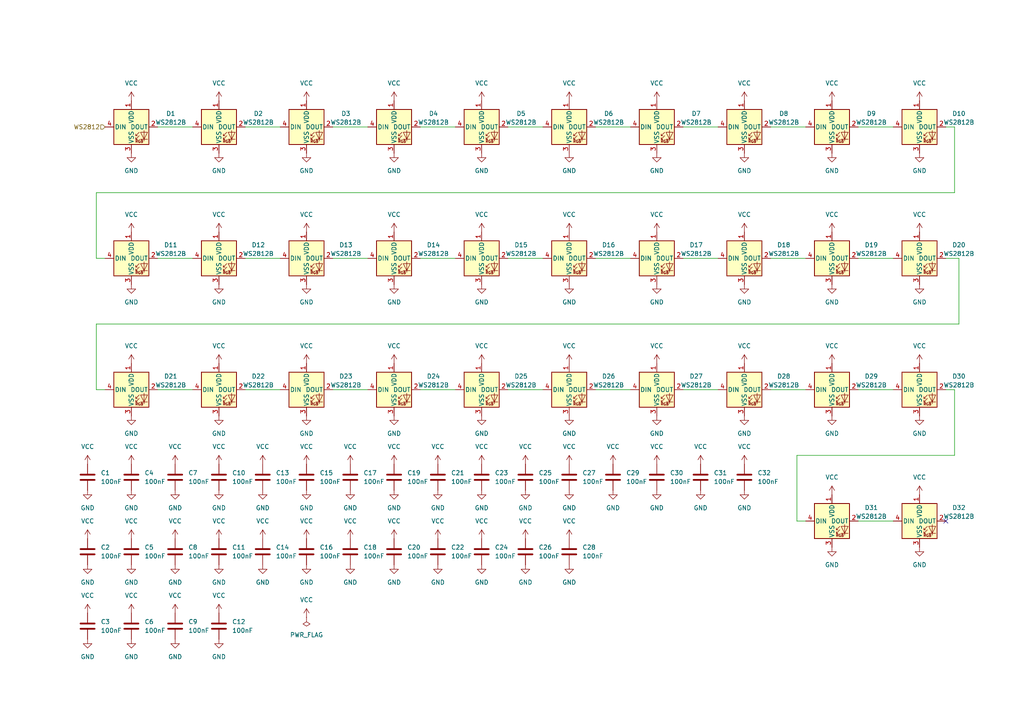
<source format=kicad_sch>
(kicad_sch (version 20231120) (generator "eeschema") (generator_version "8.0")
  (paper "A4")
  (title_block (title "Spiralboard") (date "2024-06-23") (rev "v1.1") (company "@casartar"))
  (lib_symbols
    (symbol "Device:C" (pin_numbers hide) (pin_names (offset 0.254))
      (property "Reference" "C" (at 0.635 2.54 0))
      (property "Value" "C" (at 0.635 -2.54 0))
      (symbol "C_0_1"
        (polyline (pts (xy -2.032 -0.762) (xy 2.032 -0.762)) (stroke (width 0.508)))
        (polyline (pts (xy -2.032 0.762) (xy 2.032 0.762)) (stroke (width 0.508)))
      )
      (symbol "C_1_1"
        (pin passive line (at 0 3.81 270) (length 2.794) (name "~") (number "1"))
        (pin passive line (at 0 -3.81 90) (length 2.794) (name "~") (number "2"))
      )
    )
    (symbol "LED:WS2812B" (pin_names (offset 0.254))
      (property "Reference" "D" (at 5.08 5.715 0))
      (property "Value" "WS2812B" (at 1.27 -5.715 0))
      (symbol "WS2812B_0_0"
        (text "RGB" (at 2.286 -4.191 0) (effects (font (size 0.762 0.762))))
      )
      (symbol "WS2812B_0_1"
        (polyline (pts (xy 1.27 -3.556) (xy 1.778 -3.556)))
        (polyline (pts (xy 1.27 -2.54) (xy 1.778 -2.54)))
        (polyline (pts (xy 4.699 -3.556) (xy 2.667 -3.556)))
        (polyline (pts (xy 2.286 -2.54) (xy 1.27 -3.556) (xy 1.27 -3.048)))
        (polyline (pts (xy 2.286 -1.524) (xy 1.27 -2.54) (xy 1.27 -2.032)))
        (polyline (pts (xy 3.683 -1.016) (xy 3.683 -3.556) (xy 3.683 -4.064)))
        (polyline (pts (xy 4.699 -1.524) (xy 2.667 -1.524) (xy 3.683 -3.556) (xy 4.699 -1.524)))
        (rectangle (start 5.08 5.08) (end -5.08 -5.08) (stroke (width 0.254)) (fill (type background)))
      )
      (symbol "WS2812B_1_1"
        (pin power_in line (at 0 7.62 270) (length 2.54) (name "VDD") (number "1"))
        (pin output line (at 7.62 0 180) (length 2.54) (name "DOUT") (number "2"))
        (pin power_in line (at 0 -7.62 90) (length 2.54) (name "VSS") (number "3"))
        (pin input line (at -7.62 0 0) (length 2.54) (name "DIN") (number "4"))
      )
    )
    (symbol "power:GND" (power) (pin_names (offset 0))
      (property "Value" "GND" (at 0 -3.81 0))
      (symbol "GND_0_1"
        (polyline (pts (xy 0 0) (xy 0 -1.27) (xy 1.27 -1.27) (xy 0 -2.54) (xy -1.27 -1.27) (xy 0 -1.27)))
      )
      (symbol "GND_1_1"
        (pin power_in line (at 0 0 270) (length 0) hide (name "GND") (number "1"))
      )
    )
    (symbol "power:PWR_FLAG" (power) (pin_numbers hide) (pin_names (offset 0) hide)
      (property "Value" "PWR_FLAG" (at 0 3.81 0))
      (symbol "PWR_FLAG_0_0"
        (pin power_out line (at 0 0 90) (length 0) (name "pwr") (number "1"))
      )
      (symbol "PWR_FLAG_0_1"
        (polyline (pts (xy 0 0) (xy 0 1.27) (xy -1.016 1.905) (xy 0 2.54) (xy 1.016 1.905) (xy 0 1.27)))
      )
    )
    (symbol "power:VCC" (power) (pin_names (offset 0))
      (property "Value" "VCC" (at 0 3.81 0))
      (symbol "VCC_0_1"
        (polyline (pts (xy -0.762 1.27) (xy 0 2.54)))
        (polyline (pts (xy 0 0) (xy 0 2.54)))
        (polyline (pts (xy 0 2.54) (xy 0.762 1.27)))
      )
      (symbol "VCC_1_1"
        (pin power_in line (at 0 0 90) (length 0) hide (name "VCC") (number "1"))
      )
    )
  )
  (no_connect (at 274.32 151.13))
  (wire (pts (xy 223.52 74.93) (xy 233.68 74.93)))
  (wire (pts (xy 231.14 132.08) (xy 231.14 151.13)))
  (wire (pts (xy 172.72 36.83) (xy 182.88 36.83)))
  (wire (pts (xy 45.72 113.03) (xy 55.88 113.03)))
  (wire (pts (xy 45.72 74.93) (xy 55.88 74.93)))
  (wire (pts (xy 198.12 113.03) (xy 208.28 113.03)))
  (wire (pts (xy 147.32 113.03) (xy 157.48 113.03)))
  (wire (pts (xy 27.94 113.03) (xy 30.48 113.03)))
  (wire (pts (xy 248.92 74.93) (xy 259.08 74.93)))
  (wire (pts (xy 45.72 36.83) (xy 55.88 36.83)))
  (wire (pts (xy 248.92 113.03) (xy 259.08 113.03)))
  (wire (pts (xy 276.86 113.03) (xy 276.86 132.08)))
  (wire (pts (xy 274.32 36.83) (xy 276.86 36.83)))
  (wire (pts (xy 96.52 113.03) (xy 106.68 113.03)))
  (wire (pts (xy 96.52 36.83) (xy 106.68 36.83)))
  (wire (pts (xy 198.12 74.93) (xy 208.28 74.93)))
  (wire (pts (xy 276.86 55.88) (xy 27.94 55.88)))
  (wire (pts (xy 71.12 74.93) (xy 81.28 74.93)))
  (wire (pts (xy 276.86 36.83) (xy 276.86 55.88)))
  (wire (pts (xy 172.72 74.93) (xy 182.88 74.93)))
  (wire (pts (xy 27.94 74.93) (xy 30.48 74.93)))
  (wire (pts (xy 121.92 36.83) (xy 132.08 36.83)))
  (wire (pts (xy 96.52 74.93) (xy 106.68 74.93)))
  (wire (pts (xy 147.32 74.93) (xy 157.48 74.93)))
  (wire (pts (xy 71.12 36.83) (xy 81.28 36.83)))
  (wire (pts (xy 71.12 113.03) (xy 81.28 113.03)))
  (wire (pts (xy 121.92 74.93) (xy 132.08 74.93)))
  (wire (pts (xy 278.13 74.93) (xy 278.13 93.98)))
  (wire (pts (xy 248.92 36.83) (xy 259.08 36.83)))
  (wire (pts (xy 223.52 36.83) (xy 233.68 36.83)))
  (wire (pts (xy 223.52 113.03) (xy 233.68 113.03)))
  (wire (pts (xy 147.32 36.83) (xy 157.48 36.83)))
  (wire (pts (xy 278.13 93.98) (xy 27.94 93.98)))
  (wire (pts (xy 198.12 36.83) (xy 208.28 36.83)))
  (wire (pts (xy 172.72 113.03) (xy 182.88 113.03)))
  (wire (pts (xy 121.92 113.03) (xy 132.08 113.03)))
  (wire (pts (xy 27.94 55.88) (xy 27.94 74.93)))
  (wire (pts (xy 231.14 151.13) (xy 233.68 151.13)))
  (wire (pts (xy 274.32 113.03) (xy 276.86 113.03)))
  (wire (pts (xy 248.92 151.13) (xy 259.08 151.13)))
  (wire (pts (xy 27.94 93.98) (xy 27.94 113.03)))
  (wire (pts (xy 276.86 132.08) (xy 231.14 132.08)))
  (wire (pts (xy 274.32 74.93) (xy 278.13 74.93)))
  (hierarchical_label "WS2812" (shape input) (at 30.48 36.83 180))
  (symbol (lib_id "power:GND") (at 38.1 120.65 0) (unit 1)
    (property "Reference" "#PWR018" (effects (hide yes)))
    (property "Value" "GND" (at 38.1 125.73 0))
  )
  (symbol (lib_id "Device:C") (at 165.1 160.02 0) (unit 1)
    (property "Reference" "C28" (at 168.91 158.75 0) (effects (justify left)))
    (property "Value" "100nF" (at 168.91 161.29 0) (effects (justify left)))
    (property "Footprint" "Capacitor_SMD:C_0805_2012Metric" (effects (hide yes)))
  )
  (symbol (lib_id "power:GND") (at 88.9 82.55 0) (unit 1)
    (property "Reference" "#PWR050" (effects (hide yes)))
    (property "Value" "GND" (at 88.9 87.63 0))
  )
  (symbol (lib_id "power:VCC") (at 127 156.21 0) (unit 1)
    (property "Reference" "#PWR074" (effects (hide yes)))
    (property "Value" "VCC" (at 127 151.13 0))
  )
  (symbol (lib_id "power:VCC") (at 38.1 29.21 0) (unit 1)
    (property "Reference" "#PWR013" (effects (hide yes)))
    (property "Value" "VCC" (at 38.1 24.13 0))
  )
  (symbol (lib_id "Device:C") (at 114.3 138.43 0) (unit 1)
    (property "Reference" "C19" (at 118.11 137.16 0) (effects (justify left)))
    (property "Value" "100nF" (at 118.11 139.7 0) (effects (justify left)))
    (property "Footprint" "Capacitor_SMD:C_0805_2012Metric" (effects (hide yes)))
  )
  (symbol (lib_id "LED:WS2812B") (at 165.1 74.93 0) (unit 1)
    (property "Reference" "D16" (at 176.53 71.0439 0))
    (property "Value" "WS2812B" (at 176.53 73.5839 0))
    (property "Footprint" "LED_SMD:LED_WS2812B_PLCC4_5.0x5.0mm_P3.2mm" (effects (hide yes)))
    (property "Datasheet" "https://cdn-shop.adafruit.com/datasheets/WS2812B.pdf" (effects (hide yes)))
  )
  (symbol (lib_id "Device:C") (at 101.6 160.02 0) (unit 1)
    (property "Reference" "C18" (at 105.41 158.75 0) (effects (justify left)))
    (property "Value" "100nF" (at 105.41 161.29 0) (effects (justify left)))
    (property "Footprint" "Capacitor_SMD:C_0805_2012Metric" (effects (hide yes)))
  )
  (symbol (lib_id "power:VCC") (at 165.1 134.62 0) (unit 1)
    (property "Reference" "#PWR096" (effects (hide yes)))
    (property "Value" "VCC" (at 165.1 129.54 0))
  )
  (symbol (lib_id "power:GND") (at 76.2 163.83 0) (unit 1)
    (property "Reference" "#PWR046" (effects (hide yes)))
    (property "Value" "GND" (at 76.2 168.91 0))
  )
  (symbol (lib_id "power:GND") (at 63.5 185.42 0) (unit 1)
    (property "Reference" "#PWR042" (effects (hide yes)))
    (property "Value" "GND" (at 63.5 190.5 0))
  )
  (symbol (lib_id "Device:C") (at 88.9 160.02 0) (unit 1)
    (property "Reference" "C16" (at 92.71 158.75 0) (effects (justify left)))
    (property "Value" "100nF" (at 92.71 161.29 0) (effects (justify left)))
    (property "Footprint" "Capacitor_SMD:C_0805_2012Metric" (effects (hide yes)))
  )
  (symbol (lib_id "power:GND") (at 190.5 82.55 0) (unit 1)
    (property "Reference" "#PWR0105" (effects (hide yes)))
    (property "Value" "GND" (at 190.5 87.63 0))
  )
  (symbol (lib_id "LED:WS2812B") (at 38.1 113.03 0) (unit 1)
    (property "Reference" "D21" (at 49.53 109.1439 0))
    (property "Value" "WS2812B" (at 49.53 111.6839 0))
    (property "Footprint" "LED_SMD:LED_WS2812B_PLCC4_5.0x5.0mm_P3.2mm" (effects (hide yes)))
    (property "Datasheet" "https://cdn-shop.adafruit.com/datasheets/WS2812B.pdf" (effects (hide yes)))
  )
  (symbol (lib_id "power:GND") (at 101.6 163.83 0) (unit 1)
    (property "Reference" "#PWR061" (effects (hide yes)))
    (property "Value" "GND" (at 101.6 168.91 0))
  )
  (symbol (lib_id "power:GND") (at 165.1 163.83 0) (unit 1)
    (property "Reference" "#PWR099" (effects (hide yes)))
    (property "Value" "GND" (at 165.1 168.91 0))
  )
  (symbol (lib_id "power:GND") (at 215.9 120.65 0) (unit 1)
    (property "Reference" "#PWR0117" (effects (hide yes)))
    (property "Value" "GND" (at 215.9 125.73 0))
  )
  (symbol (lib_id "power:VCC") (at 38.1 156.21 0) (unit 1)
    (property "Reference" "#PWR021" (effects (hide yes)))
    (property "Value" "VCC" (at 38.1 151.13 0))
  )
  (symbol (lib_id "power:VCC") (at 241.3 67.31 0) (unit 1)
    (property "Reference" "#PWR0122" (effects (hide yes)))
    (property "Value" "VCC" (at 241.3 62.23 0))
  )
  (symbol (lib_id "power:GND") (at 63.5 163.83 0) (unit 1)
    (property "Reference" "#PWR040" (effects (hide yes)))
    (property "Value" "GND" (at 63.5 168.91 0))
  )
  (symbol (lib_id "power:GND") (at 203.2 142.24 0) (unit 1)
    (property "Reference" "#PWR0111" (effects (hide yes)))
    (property "Value" "GND" (at 203.2 147.32 0))
  )
  (symbol (lib_id "LED:WS2812B") (at 190.5 74.93 0) (unit 1)
    (property "Reference" "D17" (at 201.93 71.0439 0))
    (property "Value" "WS2812B" (at 201.93 73.5839 0))
    (property "Footprint" "LED_SMD:LED_WS2812B_PLCC4_5.0x5.0mm_P3.2mm" (effects (hide yes)))
    (property "Datasheet" "https://cdn-shop.adafruit.com/datasheets/WS2812B.pdf" (effects (hide yes)))
  )
  (symbol (lib_id "Device:C") (at 177.8 138.43 0) (unit 1)
    (property "Reference" "C29" (at 181.61 137.16 0) (effects (justify left)))
    (property "Value" "100nF" (at 181.61 139.7 0) (effects (justify left)))
    (property "Footprint" "Capacitor_SMD:C_0805_2012Metric" (effects (hide yes)))
  )
  (symbol (lib_id "Device:C") (at 203.2 138.43 0) (unit 1)
    (property "Reference" "C31" (at 207.01 137.16 0) (effects (justify left)))
    (property "Value" "100nF" (at 207.01 139.7 0) (effects (justify left)))
    (property "Footprint" "Capacitor_SMD:C_0805_2012Metric" (effects (hide yes)))
  )
  (symbol (lib_id "LED:WS2812B") (at 139.7 36.83 0) (unit 1)
    (property "Reference" "D5" (at 151.13 32.9439 0))
    (property "Value" "WS2812B" (at 151.13 35.4839 0))
    (property "Footprint" "LED_SMD:LED_WS2812B_PLCC4_5.0x5.0mm_P3.2mm" (effects (hide yes)))
    (property "Datasheet" "https://cdn-shop.adafruit.com/datasheets/WS2812B.pdf" (effects (hide yes)))
  )
  (symbol (lib_id "power:VCC") (at 88.9 29.21 0) (unit 1)
    (property "Reference" "#PWR047" (effects (hide yes)))
    (property "Value" "VCC" (at 88.9 24.13 0))
  )
  (symbol (lib_id "Device:C") (at 25.4 181.61 0) (unit 1)
    (property "Reference" "C3" (at 29.21 180.34 0) (effects (justify left)))
    (property "Value" "100nF" (at 29.21 182.88 0) (effects (justify left)))
    (property "Footprint" "Capacitor_SMD:C_0805_2012Metric" (effects (hide yes)))
  )
  (symbol (lib_id "power:GND") (at 38.1 82.55 0) (unit 1)
    (property "Reference" "#PWR016" (effects (hide yes)))
    (property "Value" "GND" (at 38.1 87.63 0))
  )
  (symbol (lib_id "LED:WS2812B") (at 266.7 36.83 0) (unit 1)
    (property "Reference" "D10" (at 278.13 32.9439 0))
    (property "Value" "WS2812B" (at 278.13 35.4839 0))
    (property "Footprint" "LED_SMD:LED_WS2812B_PLCC4_5.0x5.0mm_P3.2mm" (effects (hide yes)))
    (property "Datasheet" "https://cdn-shop.adafruit.com/datasheets/WS2812B.pdf" (effects (hide yes)))
  )
  (symbol (lib_id "power:VCC") (at 114.3 156.21 0) (unit 1)
    (property "Reference" "#PWR070" (effects (hide yes)))
    (property "Value" "VCC" (at 114.3 151.13 0))
  )
  (symbol (lib_id "power:GND") (at 241.3 158.75 0) (unit 1)
    (property "Reference" "#PWR0127" (effects (hide yes)))
    (property "Value" "GND" (at 241.3 163.83 0))
  )
  (symbol (lib_id "power:VCC") (at 266.7 105.41 0) (unit 1)
    (property "Reference" "#PWR0132" (effects (hide yes)))
    (property "Value" "VCC" (at 266.7 100.33 0))
  )
  (symbol (lib_id "power:GND") (at 152.4 142.24 0) (unit 1)
    (property "Reference" "#PWR087" (effects (hide yes)))
    (property "Value" "GND" (at 152.4 147.32 0))
  )
  (symbol (lib_id "LED:WS2812B") (at 241.3 74.93 0) (unit 1)
    (property "Reference" "D19" (at 252.73 71.0439 0))
    (property "Value" "WS2812B" (at 252.73 73.5839 0))
    (property "Footprint" "LED_SMD:LED_WS2812B_PLCC4_5.0x5.0mm_P3.2mm" (effects (hide yes)))
    (property "Datasheet" "https://cdn-shop.adafruit.com/datasheets/WS2812B.pdf" (effects (hide yes)))
  )
  (symbol (lib_id "power:GND") (at 215.9 44.45 0) (unit 1)
    (property "Reference" "#PWR0113" (effects (hide yes)))
    (property "Value" "GND" (at 215.9 49.53 0))
  )
  (symbol (lib_id "power:GND") (at 177.8 142.24 0) (unit 1)
    (property "Reference" "#PWR0101" (effects (hide yes)))
    (property "Value" "GND" (at 177.8 147.32 0))
  )
  (symbol (lib_id "power:VCC") (at 101.6 156.21 0) (unit 1)
    (property "Reference" "#PWR060" (effects (hide yes)))
    (property "Value" "VCC" (at 101.6 151.13 0))
  )
  (symbol (lib_id "power:VCC") (at 38.1 67.31 0) (unit 1)
    (property "Reference" "#PWR015" (effects (hide yes)))
    (property "Value" "VCC" (at 38.1 62.23 0))
  )
  (symbol (lib_id "Device:C") (at 114.3 160.02 0) (unit 1)
    (property "Reference" "C20" (at 118.11 158.75 0) (effects (justify left)))
    (property "Value" "100nF" (at 118.11 161.29 0) (effects (justify left)))
    (property "Footprint" "Capacitor_SMD:C_0805_2012Metric" (effects (hide yes)))
  )
  (symbol (lib_id "power:VCC") (at 63.5 156.21 0) (unit 1)
    (property "Reference" "#PWR039" (effects (hide yes)))
    (property "Value" "VCC" (at 63.5 151.13 0))
  )
  (symbol (lib_id "LED:WS2812B") (at 215.9 74.93 0) (unit 1)
    (property "Reference" "D18" (at 227.33 71.0439 0))
    (property "Value" "WS2812B" (at 227.33 73.5839 0))
    (property "Footprint" "LED_SMD:LED_WS2812B_PLCC4_5.0x5.0mm_P3.2mm" (effects (hide yes)))
    (property "Datasheet" "https://cdn-shop.adafruit.com/datasheets/WS2812B.pdf" (effects (hide yes)))
  )
  (symbol (lib_id "power:GND") (at 101.6 142.24 0) (unit 1)
    (property "Reference" "#PWR059" (effects (hide yes)))
    (property "Value" "GND" (at 101.6 147.32 0))
  )
  (symbol (lib_id "power:GND") (at 50.8 142.24 0) (unit 1)
    (property "Reference" "#PWR026" (effects (hide yes)))
    (property "Value" "GND" (at 50.8 147.32 0))
  )
  (symbol (lib_id "power:VCC") (at 266.7 143.51 0) (unit 1)
    (property "Reference" "#PWR0134" (effects (hide yes)))
    (property "Value" "VCC" (at 266.7 138.43 0))
  )
  (symbol (lib_id "power:VCC") (at 139.7 105.41 0) (unit 1)
    (property "Reference" "#PWR080" (effects (hide yes)))
    (property "Value" "VCC" (at 139.7 100.33 0))
  )
  (symbol (lib_id "LED:WS2812B") (at 241.3 36.83 0) (unit 1)
    (property "Reference" "D9" (at 252.73 32.9439 0))
    (property "Value" "WS2812B" (at 252.73 35.4839 0))
    (property "Footprint" "LED_SMD:LED_WS2812B_PLCC4_5.0x5.0mm_P3.2mm" (effects (hide yes)))
    (property "Datasheet" "https://cdn-shop.adafruit.com/datasheets/WS2812B.pdf" (effects (hide yes)))
  )
  (symbol (lib_id "power:GND") (at 88.9 142.24 0) (unit 1)
    (property "Reference" "#PWR054" (effects (hide yes)))
    (property "Value" "GND" (at 88.9 147.32 0))
  )
  (symbol (lib_id "power:VCC") (at 88.9 156.21 0) (unit 1)
    (property "Reference" "#PWR055" (effects (hide yes)))
    (property "Value" "VCC" (at 88.9 151.13 0))
  )
  (symbol (lib_id "power:GND") (at 25.4 185.42 0) (unit 1)
    (property "Reference" "#PWR012" (effects (hide yes)))
    (property "Value" "GND" (at 25.4 190.5 0))
  )
  (symbol (lib_id "power:VCC") (at 63.5 67.31 0) (unit 1)
    (property "Reference" "#PWR033" (effects (hide yes)))
    (property "Value" "VCC" (at 63.5 62.23 0))
  )
  (symbol (lib_id "LED:WS2812B") (at 266.7 151.13 0) (unit 1)
    (property "Reference" "D32" (at 278.13 147.2439 0))
    (property "Value" "WS2812B" (at 278.13 149.7839 0))
    (property "Footprint" "LED_SMD:LED_WS2812B_PLCC4_5.0x5.0mm_P3.2mm" (effects (hide yes)))
    (property "Datasheet" "https://cdn-shop.adafruit.com/datasheets/WS2812B.pdf" (effects (hide yes)))
  )
  (symbol (lib_id "power:GND") (at 266.7 158.75 0) (unit 1)
    (property "Reference" "#PWR0135" (effects (hide yes)))
    (property "Value" "GND" (at 266.7 163.83 0))
  )
  (symbol (lib_id "power:GND") (at 88.9 44.45 0) (unit 1)
    (property "Reference" "#PWR048" (effects (hide yes)))
    (property "Value" "GND" (at 88.9 49.53 0))
  )
  (symbol (lib_id "power:GND") (at 114.3 82.55 0) (unit 1)
    (property "Reference" "#PWR065" (effects (hide yes)))
    (property "Value" "GND" (at 114.3 87.63 0))
  )
  (symbol (lib_id "power:VCC") (at 165.1 156.21 0) (unit 1)
    (property "Reference" "#PWR098" (effects (hide yes)))
    (property "Value" "VCC" (at 165.1 151.13 0))
  )
  (symbol (lib_id "LED:WS2812B") (at 190.5 36.83 0) (unit 1)
    (property "Reference" "D7" (at 201.93 32.9439 0))
    (property "Value" "WS2812B" (at 201.93 35.4839 0))
    (property "Footprint" "LED_SMD:LED_WS2812B_PLCC4_5.0x5.0mm_P3.2mm" (effects (hide yes)))
    (property "Datasheet" "https://cdn-shop.adafruit.com/datasheets/WS2812B.pdf" (effects (hide yes)))
  )
  (symbol (lib_id "power:VCC") (at 165.1 67.31 0) (unit 1)
    (property "Reference" "#PWR092" (effects (hide yes)))
    (property "Value" "VCC" (at 165.1 62.23 0))
  )
  (symbol (lib_id "power:GND") (at 114.3 142.24 0) (unit 1)
    (property "Reference" "#PWR069" (effects (hide yes)))
    (property "Value" "GND" (at 114.3 147.32 0))
  )
  (symbol (lib_id "power:VCC") (at 63.5 177.8 0) (unit 1)
    (property "Reference" "#PWR041" (effects (hide yes)))
    (property "Value" "VCC" (at 63.5 172.72 0))
  )
  (symbol (lib_id "Device:C") (at 215.9 138.43 0) (unit 1)
    (property "Reference" "C32" (at 219.71 137.16 0) (effects (justify left)))
    (property "Value" "100nF" (at 219.71 139.7 0) (effects (justify left)))
    (property "Footprint" "Capacitor_SMD:C_0805_2012Metric" (effects (hide yes)))
  )
  (symbol (lib_id "power:VCC") (at 88.9 179.07 0) (unit 1)
    (property "Reference" "#PWR057" (effects (hide yes)))
    (property "Value" "VCC" (at 88.9 173.99 0))
  )
  (symbol (lib_id "power:GND") (at 63.5 142.24 0) (unit 1)
    (property "Reference" "#PWR038" (effects (hide yes)))
    (property "Value" "GND" (at 63.5 147.32 0))
  )
  (symbol (lib_id "Device:C") (at 139.7 138.43 0) (unit 1)
    (property "Reference" "C23" (at 143.51 137.16 0) (effects (justify left)))
    (property "Value" "100nF" (at 143.51 139.7 0) (effects (justify left)))
    (property "Footprint" "Capacitor_SMD:C_0805_2012Metric" (effects (hide yes)))
  )
  (symbol (lib_id "power:VCC") (at 266.7 29.21 0) (unit 1)
    (property "Reference" "#PWR0128" (effects (hide yes)))
    (property "Value" "VCC" (at 266.7 24.13 0))
  )
  (symbol (lib_id "power:GND") (at 50.8 185.42 0) (unit 1)
    (property "Reference" "#PWR030" (effects (hide yes)))
    (property "Value" "GND" (at 50.8 190.5 0))
  )
  (symbol (lib_id "Device:C") (at 25.4 138.43 0) (unit 1)
    (property "Reference" "C1" (at 29.21 137.16 0) (effects (justify left)))
    (property "Value" "100nF" (at 29.21 139.7 0) (effects (justify left)))
    (property "Footprint" "Capacitor_SMD:C_0805_2012Metric" (effects (hide yes)))
  )
  (symbol (lib_id "LED:WS2812B") (at 88.9 74.93 0) (unit 1)
    (property "Reference" "D13" (at 100.33 71.0439 0))
    (property "Value" "WS2812B" (at 100.33 73.5839 0))
    (property "Footprint" "LED_SMD:LED_WS2812B_PLCC4_5.0x5.0mm_P3.2mm" (effects (hide yes)))
    (property "Datasheet" "https://cdn-shop.adafruit.com/datasheets/WS2812B.pdf" (effects (hide yes)))
  )
  (symbol (lib_id "power:VCC") (at 114.3 134.62 0) (unit 1)
    (property "Reference" "#PWR068" (effects (hide yes)))
    (property "Value" "VCC" (at 114.3 129.54 0))
  )
  (symbol (lib_id "power:GND") (at 165.1 120.65 0) (unit 1)
    (property "Reference" "#PWR095" (effects (hide yes)))
    (property "Value" "GND" (at 165.1 125.73 0))
  )
  (symbol (lib_id "power:VCC") (at 114.3 105.41 0) (unit 1)
    (property "Reference" "#PWR066" (effects (hide yes)))
    (property "Value" "VCC" (at 114.3 100.33 0))
  )
  (symbol (lib_id "power:VCC") (at 215.9 134.62 0) (unit 1)
    (property "Reference" "#PWR0118" (effects (hide yes)))
    (property "Value" "VCC" (at 215.9 129.54 0))
  )
  (symbol (lib_id "Device:C") (at 101.6 138.43 0) (unit 1)
    (property "Reference" "C17" (at 105.41 137.16 0) (effects (justify left)))
    (property "Value" "100nF" (at 105.41 139.7 0) (effects (justify left)))
    (property "Footprint" "Capacitor_SMD:C_0805_2012Metric" (effects (hide yes)))
  )
  (symbol (lib_id "power:GND") (at 152.4 163.83 0) (unit 1)
    (property "Reference" "#PWR089" (effects (hide yes)))
    (property "Value" "GND" (at 152.4 168.91 0))
  )
  (symbol (lib_id "power:VCC") (at 76.2 134.62 0) (unit 1)
    (property "Reference" "#PWR043" (effects (hide yes)))
    (property "Value" "VCC" (at 76.2 129.54 0))
  )
  (symbol (lib_id "LED:WS2812B") (at 63.5 113.03 0) (unit 1)
    (property "Reference" "D22" (at 74.93 109.1439 0))
    (property "Value" "WS2812B" (at 74.93 111.6839 0))
    (property "Footprint" "LED_SMD:LED_WS2812B_PLCC4_5.0x5.0mm_P3.2mm" (effects (hide yes)))
    (property "Datasheet" "https://cdn-shop.adafruit.com/datasheets/WS2812B.pdf" (effects (hide yes)))
  )
  (symbol (lib_id "Device:C") (at 38.1 138.43 0) (unit 1)
    (property "Reference" "C4" (at 41.91 137.16 0) (effects (justify left)))
    (property "Value" "100nF" (at 41.91 139.7 0) (effects (justify left)))
    (property "Footprint" "Capacitor_SMD:C_0805_2012Metric" (effects (hide yes)))
  )
  (symbol (lib_id "power:GND") (at 165.1 44.45 0) (unit 1)
    (property "Reference" "#PWR091" (effects (hide yes)))
    (property "Value" "GND" (at 165.1 49.53 0))
  )
  (symbol (lib_id "Device:C") (at 50.8 160.02 0) (unit 1)
    (property "Reference" "C8" (at 54.61 158.75 0) (effects (justify left)))
    (property "Value" "100nF" (at 54.61 161.29 0) (effects (justify left)))
    (property "Footprint" "Capacitor_SMD:C_0805_2012Metric" (effects (hide yes)))
  )
  (symbol (lib_id "LED:WS2812B") (at 266.7 113.03 0) (unit 1)
    (property "Reference" "D30" (at 278.13 109.1439 0))
    (property "Value" "WS2812B" (at 278.13 111.6839 0))
    (property "Footprint" "LED_SMD:LED_WS2812B_PLCC4_5.0x5.0mm_P3.2mm" (effects (hide yes)))
    (property "Datasheet" "https://cdn-shop.adafruit.com/datasheets/WS2812B.pdf" (effects (hide yes)))
  )
  (symbol (lib_id "Device:C") (at 190.5 138.43 0) (unit 1)
    (property "Reference" "C30" (at 194.31 137.16 0) (effects (justify left)))
    (property "Value" "100nF" (at 194.31 139.7 0) (effects (justify left)))
    (property "Footprint" "Capacitor_SMD:C_0805_2012Metric" (effects (hide yes)))
  )
  (symbol (lib_id "Device:C") (at 76.2 138.43 0) (unit 1)
    (property "Reference" "C13" (at 80.01 137.16 0) (effects (justify left)))
    (property "Value" "100nF" (at 80.01 139.7 0) (effects (justify left)))
    (property "Footprint" "Capacitor_SMD:C_0805_2012Metric" (effects (hide yes)))
  )
  (symbol (lib_id "LED:WS2812B") (at 139.7 113.03 0) (unit 1)
    (property "Reference" "D25" (at 151.13 109.1439 0))
    (property "Value" "WS2812B" (at 151.13 111.6839 0))
    (property "Footprint" "LED_SMD:LED_WS2812B_PLCC4_5.0x5.0mm_P3.2mm" (effects (hide yes)))
    (property "Datasheet" "https://cdn-shop.adafruit.com/datasheets/WS2812B.pdf" (effects (hide yes)))
  )
  (symbol (lib_id "Device:C") (at 63.5 160.02 0) (unit 1)
    (property "Reference" "C11" (at 67.31 158.75 0) (effects (justify left)))
    (property "Value" "100nF" (at 67.31 161.29 0) (effects (justify left)))
    (property "Footprint" "Capacitor_SMD:C_0805_2012Metric" (effects (hide yes)))
  )
  (symbol (lib_id "power:GND") (at 127 142.24 0) (unit 1)
    (property "Reference" "#PWR073" (effects (hide yes)))
    (property "Value" "GND" (at 127 147.32 0))
  )
  (symbol (lib_id "power:GND") (at 139.7 142.24 0) (unit 1)
    (property "Reference" "#PWR083" (effects (hide yes)))
    (property "Value" "GND" (at 139.7 147.32 0))
  )
  (symbol (lib_id "power:VCC") (at 266.7 67.31 0) (unit 1)
    (property "Reference" "#PWR0130" (effects (hide yes)))
    (property "Value" "VCC" (at 266.7 62.23 0))
  )
  (symbol (lib_id "power:GND") (at 190.5 142.24 0) (unit 1)
    (property "Reference" "#PWR0109" (effects (hide yes)))
    (property "Value" "GND" (at 190.5 147.32 0))
  )
  (symbol (lib_id "power:VCC") (at 165.1 29.21 0) (unit 1)
    (property "Reference" "#PWR090" (effects (hide yes)))
    (property "Value" "VCC" (at 165.1 24.13 0))
  )
  (symbol (lib_id "LED:WS2812B") (at 215.9 113.03 0) (unit 1)
    (property "Reference" "D28" (at 227.33 109.1439 0))
    (property "Value" "WS2812B" (at 227.33 111.6839 0))
    (property "Footprint" "LED_SMD:LED_WS2812B_PLCC4_5.0x5.0mm_P3.2mm" (effects (hide yes)))
    (property "Datasheet" "https://cdn-shop.adafruit.com/datasheets/WS2812B.pdf" (effects (hide yes)))
  )
  (symbol (lib_id "power:VCC") (at 190.5 105.41 0) (unit 1)
    (property "Reference" "#PWR0106" (effects (hide yes)))
    (property "Value" "VCC" (at 190.5 100.33 0))
  )
  (symbol (lib_id "power:GND") (at 38.1 44.45 0) (unit 1)
    (property "Reference" "#PWR014" (effects (hide yes)))
    (property "Value" "GND" (at 38.1 49.53 0))
  )
  (symbol (lib_id "power:VCC") (at 165.1 105.41 0) (unit 1)
    (property "Reference" "#PWR094" (effects (hide yes)))
    (property "Value" "VCC" (at 165.1 100.33 0))
  )
  (symbol (lib_id "Device:C") (at 25.4 160.02 0) (unit 1)
    (property "Reference" "C2" (at 29.21 158.75 0) (effects (justify left)))
    (property "Value" "100nF" (at 29.21 161.29 0) (effects (justify left)))
    (property "Footprint" "Capacitor_SMD:C_0805_2012Metric" (effects (hide yes)))
  )
  (symbol (lib_id "power:VCC") (at 203.2 134.62 0) (unit 1)
    (property "Reference" "#PWR0110" (effects (hide yes)))
    (property "Value" "VCC" (at 203.2 129.54 0))
  )
  (symbol (lib_id "LED:WS2812B") (at 63.5 36.83 0) (unit 1)
    (property "Reference" "D2" (at 74.93 32.9439 0))
    (property "Value" "WS2812B" (at 74.93 35.4839 0))
    (property "Footprint" "LED_SMD:LED_WS2812B_PLCC4_5.0x5.0mm_P3.2mm" (effects (hide yes)))
    (property "Datasheet" "https://cdn-shop.adafruit.com/datasheets/WS2812B.pdf" (effects (hide yes)))
  )
  (symbol (lib_id "LED:WS2812B") (at 241.3 113.03 0) (unit 1)
    (property "Reference" "D29" (at 252.73 109.1439 0))
    (property "Value" "WS2812B" (at 252.73 111.6839 0))
    (property "Footprint" "LED_SMD:LED_WS2812B_PLCC4_5.0x5.0mm_P3.2mm" (effects (hide yes)))
    (property "Datasheet" "https://cdn-shop.adafruit.com/datasheets/WS2812B.pdf" (effects (hide yes)))
  )
  (symbol (lib_id "Device:C") (at 127 138.43 0) (unit 1)
    (property "Reference" "C21" (at 130.81 137.16 0) (effects (justify left)))
    (property "Value" "100nF" (at 130.81 139.7 0) (effects (justify left)))
    (property "Footprint" "Capacitor_SMD:C_0805_2012Metric" (effects (hide yes)))
  )
  (symbol (lib_id "power:VCC") (at 190.5 29.21 0) (unit 1)
    (property "Reference" "#PWR0102" (effects (hide yes)))
    (property "Value" "VCC" (at 190.5 24.13 0))
  )
  (symbol (lib_id "power:GND") (at 165.1 82.55 0) (unit 1)
    (property "Reference" "#PWR093" (effects (hide yes)))
    (property "Value" "GND" (at 165.1 87.63 0))
  )
  (symbol (lib_id "power:VCC") (at 88.9 134.62 0) (unit 1)
    (property "Reference" "#PWR053" (effects (hide yes)))
    (property "Value" "VCC" (at 88.9 129.54 0))
  )
  (symbol (lib_id "power:VCC") (at 139.7 156.21 0) (unit 1)
    (property "Reference" "#PWR084" (effects (hide yes)))
    (property "Value" "VCC" (at 139.7 151.13 0))
  )
  (symbol (lib_id "LED:WS2812B") (at 114.3 113.03 0) (unit 1)
    (property "Reference" "D24" (at 125.73 109.1439 0))
    (property "Value" "WS2812B" (at 125.73 111.6839 0))
    (property "Footprint" "LED_SMD:LED_WS2812B_PLCC4_5.0x5.0mm_P3.2mm" (effects (hide yes)))
    (property "Datasheet" "https://cdn-shop.adafruit.com/datasheets/WS2812B.pdf" (effects (hide yes)))
  )
  (symbol (lib_id "power:GND") (at 38.1 185.42 0) (unit 1)
    (property "Reference" "#PWR024" (effects (hide yes)))
    (property "Value" "GND" (at 38.1 190.5 0))
  )
  (symbol (lib_id "power:VCC") (at 139.7 134.62 0) (unit 1)
    (property "Reference" "#PWR082" (effects (hide yes)))
    (property "Value" "VCC" (at 139.7 129.54 0))
  )
  (symbol (lib_id "Device:C") (at 38.1 181.61 0) (unit 1)
    (property "Reference" "C6" (at 41.91 180.34 0) (effects (justify left)))
    (property "Value" "100nF" (at 41.91 182.88 0) (effects (justify left)))
    (property "Footprint" "Capacitor_SMD:C_0805_2012Metric" (effects (hide yes)))
  )
  (symbol (lib_id "power:VCC") (at 38.1 105.41 0) (unit 1)
    (property "Reference" "#PWR017" (effects (hide yes)))
    (property "Value" "VCC" (at 38.1 100.33 0))
  )
  (symbol (lib_id "power:VCC") (at 190.5 134.62 0) (unit 1)
    (property "Reference" "#PWR0108" (effects (hide yes)))
    (property "Value" "VCC" (at 190.5 129.54 0))
  )
  (symbol (lib_id "power:VCC") (at 50.8 156.21 0) (unit 1)
    (property "Reference" "#PWR027" (effects (hide yes)))
    (property "Value" "VCC" (at 50.8 151.13 0))
  )
  (symbol (lib_id "power:GND") (at 88.9 163.83 0) (unit 1)
    (property "Reference" "#PWR056" (effects (hide yes)))
    (property "Value" "GND" (at 88.9 168.91 0))
  )
  (symbol (lib_id "power:VCC") (at 241.3 29.21 0) (unit 1)
    (property "Reference" "#PWR0120" (effects (hide yes)))
    (property "Value" "VCC" (at 241.3 24.13 0))
  )
  (symbol (lib_id "power:VCC") (at 63.5 105.41 0) (unit 1)
    (property "Reference" "#PWR035" (effects (hide yes)))
    (property "Value" "VCC" (at 63.5 100.33 0))
  )
  (symbol (lib_id "LED:WS2812B") (at 38.1 36.83 0) (unit 1)
    (property "Reference" "D1" (at 49.53 32.9439 0))
    (property "Value" "WS2812B" (at 49.53 35.4839 0))
    (property "Footprint" "LED_SMD:LED_WS2812B_PLCC4_5.0x5.0mm_P3.2mm" (effects (hide yes)))
    (property "Datasheet" "https://cdn-shop.adafruit.com/datasheets/WS2812B.pdf" (effects (hide yes)))
  )
  (symbol (lib_id "power:GND") (at 76.2 142.24 0) (unit 1)
    (property "Reference" "#PWR044" (effects (hide yes)))
    (property "Value" "GND" (at 76.2 147.32 0))
  )
  (symbol (lib_id "Device:C") (at 76.2 160.02 0) (unit 1)
    (property "Reference" "C14" (at 80.01 158.75 0) (effects (justify left)))
    (property "Value" "100nF" (at 80.01 161.29 0) (effects (justify left)))
    (property "Footprint" "Capacitor_SMD:C_0805_2012Metric" (effects (hide yes)))
  )
  (symbol (lib_id "power:GND") (at 25.4 163.83 0) (unit 1)
    (property "Reference" "#PWR010" (effects (hide yes)))
    (property "Value" "GND" (at 25.4 168.91 0))
  )
  (symbol (lib_id "Device:C") (at 152.4 160.02 0) (unit 1)
    (property "Reference" "C26" (at 156.21 158.75 0) (effects (justify left)))
    (property "Value" "100nF" (at 156.21 161.29 0) (effects (justify left)))
    (property "Footprint" "Capacitor_SMD:C_0805_2012Metric" (effects (hide yes)))
  )
  (symbol (lib_id "power:GND") (at 165.1 142.24 0) (unit 1)
    (property "Reference" "#PWR097" (effects (hide yes)))
    (property "Value" "GND" (at 165.1 147.32 0))
  )
  (symbol (lib_id "Device:C") (at 139.7 160.02 0) (unit 1)
    (property "Reference" "C24" (at 143.51 158.75 0) (effects (justify left)))
    (property "Value" "100nF" (at 143.51 161.29 0) (effects (justify left)))
    (property "Footprint" "Capacitor_SMD:C_0805_2012Metric" (effects (hide yes)))
  )
  (symbol (lib_id "power:VCC") (at 215.9 29.21 0) (unit 1)
    (property "Reference" "#PWR0112" (effects (hide yes)))
    (property "Value" "VCC" (at 215.9 24.13 0))
  )
  (symbol (lib_id "power:VCC") (at 25.4 177.8 0) (unit 1)
    (property "Reference" "#PWR011" (effects (hide yes)))
    (property "Value" "VCC" (at 25.4 172.72 0))
  )
  (symbol (lib_id "power:GND") (at 63.5 44.45 0) (unit 1)
    (property "Reference" "#PWR032" (effects (hide yes)))
    (property "Value" "GND" (at 63.5 49.53 0))
  )
  (symbol (lib_id "power:VCC") (at 241.3 143.51 0) (unit 1)
    (property "Reference" "#PWR0126" (effects (hide yes)))
    (property "Value" "VCC" (at 241.3 138.43 0))
  )
  (symbol (lib_id "LED:WS2812B") (at 165.1 113.03 0) (unit 1)
    (property "Reference" "D26" (at 176.53 109.1439 0))
    (property "Value" "WS2812B" (at 176.53 111.6839 0))
    (property "Footprint" "LED_SMD:LED_WS2812B_PLCC4_5.0x5.0mm_P3.2mm" (effects (hide yes)))
    (property "Datasheet" "https://cdn-shop.adafruit.com/datasheets/WS2812B.pdf" (effects (hide yes)))
  )
  (symbol (lib_id "Device:C") (at 63.5 181.61 0) (unit 1)
    (property "Reference" "C12" (at 67.31 180.34 0) (effects (justify left)))
    (property "Value" "100nF" (at 67.31 182.88 0) (effects (justify left)))
    (property "Footprint" "Capacitor_SMD:C_0805_2012Metric" (effects (hide yes)))
  )
  (symbol (lib_id "power:GND") (at 266.7 120.65 0) (unit 1)
    (property "Reference" "#PWR0133" (effects (hide yes)))
    (property "Value" "GND" (at 266.7 125.73 0))
  )
  (symbol (lib_id "power:VCC") (at 241.3 105.41 0) (unit 1)
    (property "Reference" "#PWR0124" (effects (hide yes)))
    (property "Value" "VCC" (at 241.3 100.33 0))
  )
  (symbol (lib_id "Device:C") (at 165.1 138.43 0) (unit 1)
    (property "Reference" "C27" (at 168.91 137.16 0) (effects (justify left)))
    (property "Value" "100nF" (at 168.91 139.7 0) (effects (justify left)))
    (property "Footprint" "Capacitor_SMD:C_0805_2012Metric" (effects (hide yes)))
  )
  (symbol (lib_id "power:GND") (at 241.3 120.65 0) (unit 1)
    (property "Reference" "#PWR0125" (effects (hide yes)))
    (property "Value" "GND" (at 241.3 125.73 0))
  )
  (symbol (lib_id "power:VCC") (at 215.9 67.31 0) (unit 1)
    (property "Reference" "#PWR0114" (effects (hide yes)))
    (property "Value" "VCC" (at 215.9 62.23 0))
  )
  (symbol (lib_id "power:VCC") (at 139.7 67.31 0) (unit 1)
    (property "Reference" "#PWR078" (effects (hide yes)))
    (property "Value" "VCC" (at 139.7 62.23 0))
  )
  (symbol (lib_id "power:VCC") (at 63.5 29.21 0) (unit 1)
    (property "Reference" "#PWR031" (effects (hide yes)))
    (property "Value" "VCC" (at 63.5 24.13 0))
  )
  (symbol (lib_id "power:GND") (at 38.1 163.83 0) (unit 1)
    (property "Reference" "#PWR022" (effects (hide yes)))
    (property "Value" "GND" (at 38.1 168.91 0))
  )
  (symbol (lib_id "LED:WS2812B") (at 114.3 74.93 0) (unit 1)
    (property "Reference" "D14" (at 125.73 71.0439 0))
    (property "Value" "WS2812B" (at 125.73 73.5839 0))
    (property "Footprint" "LED_SMD:LED_WS2812B_PLCC4_5.0x5.0mm_P3.2mm" (effects (hide yes)))
    (property "Datasheet" "https://cdn-shop.adafruit.com/datasheets/WS2812B.pdf" (effects (hide yes)))
  )
  (symbol (lib_id "power:VCC") (at 76.2 156.21 0) (unit 1)
    (property "Reference" "#PWR045" (effects (hide yes)))
    (property "Value" "VCC" (at 76.2 151.13 0))
  )
  (symbol (lib_id "LED:WS2812B") (at 88.9 36.83 0) (unit 1)
    (property "Reference" "D3" (at 100.33 32.9439 0))
    (property "Value" "WS2812B" (at 100.33 35.4839 0))
    (property "Footprint" "LED_SMD:LED_WS2812B_PLCC4_5.0x5.0mm_P3.2mm" (effects (hide yes)))
    (property "Datasheet" "https://cdn-shop.adafruit.com/datasheets/WS2812B.pdf" (effects (hide yes)))
  )
  (symbol (lib_id "power:VCC") (at 38.1 177.8 0) (unit 1)
    (property "Reference" "#PWR023" (effects (hide yes)))
    (property "Value" "VCC" (at 38.1 172.72 0))
  )
  (symbol (lib_id "power:GND") (at 114.3 120.65 0) (unit 1)
    (property "Reference" "#PWR067" (effects (hide yes)))
    (property "Value" "GND" (at 114.3 125.73 0))
  )
  (symbol (lib_id "power:GND") (at 139.7 44.45 0) (unit 1)
    (property "Reference" "#PWR077" (effects (hide yes)))
    (property "Value" "GND" (at 139.7 49.53 0))
  )
  (symbol (lib_id "LED:WS2812B") (at 114.3 36.83 0) (unit 1)
    (property "Reference" "D4" (at 125.73 32.9439 0))
    (property "Value" "WS2812B" (at 125.73 35.4839 0))
    (property "Footprint" "LED_SMD:LED_WS2812B_PLCC4_5.0x5.0mm_P3.2mm" (effects (hide yes)))
    (property "Datasheet" "https://cdn-shop.adafruit.com/datasheets/WS2812B.pdf" (effects (hide yes)))
  )
  (symbol (lib_id "LED:WS2812B") (at 38.1 74.93 0) (unit 1)
    (property "Reference" "D11" (at 49.53 71.0439 0))
    (property "Value" "WS2812B" (at 49.53 73.5839 0))
    (property "Footprint" "LED_SMD:LED_WS2812B_PLCC4_5.0x5.0mm_P3.2mm" (effects (hide yes)))
    (property "Datasheet" "https://cdn-shop.adafruit.com/datasheets/WS2812B.pdf" (effects (hide yes)))
  )
  (symbol (lib_id "LED:WS2812B") (at 266.7 74.93 0) (unit 1)
    (property "Reference" "D20" (at 278.13 71.0439 0))
    (property "Value" "WS2812B" (at 278.13 73.5839 0))
    (property "Footprint" "LED_SMD:LED_WS2812B_PLCC4_5.0x5.0mm_P3.2mm" (effects (hide yes)))
    (property "Datasheet" "https://cdn-shop.adafruit.com/datasheets/WS2812B.pdf" (effects (hide yes)))
  )
  (symbol (lib_id "power:GND") (at 114.3 44.45 0) (unit 1)
    (property "Reference" "#PWR063" (effects (hide yes)))
    (property "Value" "GND" (at 114.3 49.53 0))
  )
  (symbol (lib_id "LED:WS2812B") (at 190.5 113.03 0) (unit 1)
    (property "Reference" "D27" (at 201.93 109.1439 0))
    (property "Value" "WS2812B" (at 201.93 111.6839 0))
    (property "Footprint" "LED_SMD:LED_WS2812B_PLCC4_5.0x5.0mm_P3.2mm" (effects (hide yes)))
    (property "Datasheet" "https://cdn-shop.adafruit.com/datasheets/WS2812B.pdf" (effects (hide yes)))
  )
  (symbol (lib_id "LED:WS2812B") (at 165.1 36.83 0) (unit 1)
    (property "Reference" "D6" (at 176.53 32.9439 0))
    (property "Value" "WS2812B" (at 176.53 35.4839 0))
    (property "Footprint" "LED_SMD:LED_WS2812B_PLCC4_5.0x5.0mm_P3.2mm" (effects (hide yes)))
    (property "Datasheet" "https://cdn-shop.adafruit.com/datasheets/WS2812B.pdf" (effects (hide yes)))
  )
  (symbol (lib_id "power:VCC") (at 190.5 67.31 0) (unit 1)
    (property "Reference" "#PWR0104" (effects (hide yes)))
    (property "Value" "VCC" (at 190.5 62.23 0))
  )
  (symbol (lib_id "power:PWR_FLAG") (at 88.9 179.07 180) (unit 1)
    (property "Reference" "#FLG01" (effects (hide yes)))
    (property "Value" "PWR_FLAG" (at 88.9 184.15 0))
  )
  (symbol (lib_id "power:GND") (at 139.7 82.55 0) (unit 1)
    (property "Reference" "#PWR079" (effects (hide yes)))
    (property "Value" "GND" (at 139.7 87.63 0))
  )
  (symbol (lib_id "power:GND") (at 127 163.83 0) (unit 1)
    (property "Reference" "#PWR075" (effects (hide yes)))
    (property "Value" "GND" (at 127 168.91 0))
  )
  (symbol (lib_id "power:GND") (at 190.5 44.45 0) (unit 1)
    (property "Reference" "#PWR0103" (effects (hide yes)))
    (property "Value" "GND" (at 190.5 49.53 0))
  )
  (symbol (lib_id "Device:C") (at 38.1 160.02 0) (unit 1)
    (property "Reference" "C5" (at 41.91 158.75 0) (effects (justify left)))
    (property "Value" "100nF" (at 41.91 161.29 0) (effects (justify left)))
    (property "Footprint" "Capacitor_SMD:C_0805_2012Metric" (effects (hide yes)))
  )
  (symbol (lib_id "LED:WS2812B") (at 215.9 36.83 0) (unit 1)
    (property "Reference" "D8" (at 227.33 32.9439 0))
    (property "Value" "WS2812B" (at 227.33 35.4839 0))
    (property "Footprint" "LED_SMD:LED_WS2812B_PLCC4_5.0x5.0mm_P3.2mm" (effects (hide yes)))
    (property "Datasheet" "https://cdn-shop.adafruit.com/datasheets/WS2812B.pdf" (effects (hide yes)))
  )
  (symbol (lib_id "power:VCC") (at 88.9 105.41 0) (unit 1)
    (property "Reference" "#PWR051" (effects (hide yes)))
    (property "Value" "VCC" (at 88.9 100.33 0))
  )
  (symbol (lib_id "power:GND") (at 114.3 163.83 0) (unit 1)
    (property "Reference" "#PWR071" (effects (hide yes)))
    (property "Value" "GND" (at 114.3 168.91 0))
  )
  (symbol (lib_id "LED:WS2812B") (at 88.9 113.03 0) (unit 1)
    (property "Reference" "D23" (at 100.33 109.1439 0))
    (property "Value" "WS2812B" (at 100.33 111.6839 0))
    (property "Footprint" "LED_SMD:LED_WS2812B_PLCC4_5.0x5.0mm_P3.2mm" (effects (hide yes)))
    (property "Datasheet" "https://cdn-shop.adafruit.com/datasheets/WS2812B.pdf" (effects (hide yes)))
  )
  (symbol (lib_id "power:VCC") (at 101.6 134.62 0) (unit 1)
    (property "Reference" "#PWR058" (effects (hide yes)))
    (property "Value" "VCC" (at 101.6 129.54 0))
  )
  (symbol (lib_id "power:GND") (at 241.3 44.45 0) (unit 1)
    (property "Reference" "#PWR0121" (effects (hide yes)))
    (property "Value" "GND" (at 241.3 49.53 0))
  )
  (symbol (lib_id "Device:C") (at 127 160.02 0) (unit 1)
    (property "Reference" "C22" (at 130.81 158.75 0) (effects (justify left)))
    (property "Value" "100nF" (at 130.81 161.29 0) (effects (justify left)))
    (property "Footprint" "Capacitor_SMD:C_0805_2012Metric" (effects (hide yes)))
  )
  (symbol (lib_id "power:GND") (at 215.9 82.55 0) (unit 1)
    (property "Reference" "#PWR0115" (effects (hide yes)))
    (property "Value" "GND" (at 215.9 87.63 0))
  )
  (symbol (lib_id "power:VCC") (at 177.8 134.62 0) (unit 1)
    (property "Reference" "#PWR0100" (effects (hide yes)))
    (property "Value" "VCC" (at 177.8 129.54 0))
  )
  (symbol (lib_id "power:VCC") (at 139.7 29.21 0) (unit 1)
    (property "Reference" "#PWR076" (effects (hide yes)))
    (property "Value" "VCC" (at 139.7 24.13 0))
  )
  (symbol (lib_id "power:VCC") (at 63.5 134.62 0) (unit 1)
    (property "Reference" "#PWR037" (effects (hide yes)))
    (property "Value" "VCC" (at 63.5 129.54 0))
  )
  (symbol (lib_id "Device:C") (at 50.8 138.43 0) (unit 1)
    (property "Reference" "C7" (at 54.61 137.16 0) (effects (justify left)))
    (property "Value" "100nF" (at 54.61 139.7 0) (effects (justify left)))
    (property "Footprint" "Capacitor_SMD:C_0805_2012Metric" (effects (hide yes)))
  )
  (symbol (lib_id "power:VCC") (at 50.8 177.8 0) (unit 1)
    (property "Reference" "#PWR029" (effects (hide yes)))
    (property "Value" "VCC" (at 50.8 172.72 0))
  )
  (symbol (lib_id "power:GND") (at 266.7 44.45 0) (unit 1)
    (property "Reference" "#PWR0129" (effects (hide yes)))
    (property "Value" "GND" (at 266.7 49.53 0))
  )
  (symbol (lib_id "power:GND") (at 63.5 82.55 0) (unit 1)
    (property "Reference" "#PWR034" (effects (hide yes)))
    (property "Value" "GND" (at 63.5 87.63 0))
  )
  (symbol (lib_id "power:GND") (at 50.8 163.83 0) (unit 1)
    (property "Reference" "#PWR028" (effects (hide yes)))
    (property "Value" "GND" (at 50.8 168.91 0))
  )
  (symbol (lib_id "power:VCC") (at 127 134.62 0) (unit 1)
    (property "Reference" "#PWR072" (effects (hide yes)))
    (property "Value" "VCC" (at 127 129.54 0))
  )
  (symbol (lib_id "LED:WS2812B") (at 241.3 151.13 0) (unit 1)
    (property "Reference" "D31" (at 252.73 147.2439 0))
    (property "Value" "WS2812B" (at 252.73 149.7839 0))
    (property "Footprint" "LED_SMD:LED_WS2812B_PLCC4_5.0x5.0mm_P3.2mm" (effects (hide yes)))
    (property "Datasheet" "https://cdn-shop.adafruit.com/datasheets/WS2812B.pdf" (effects (hide yes)))
  )
  (symbol (lib_id "power:VCC") (at 25.4 134.62 0) (unit 1)
    (property "Reference" "#PWR07" (effects (hide yes)))
    (property "Value" "VCC" (at 25.4 129.54 0))
  )
  (symbol (lib_id "power:VCC") (at 114.3 29.21 0) (unit 1)
    (property "Reference" "#PWR062" (effects (hide yes)))
    (property "Value" "VCC" (at 114.3 24.13 0))
  )
  (symbol (lib_id "LED:WS2812B") (at 139.7 74.93 0) (unit 1)
    (property "Reference" "D15" (at 151.13 71.0439 0))
    (property "Value" "WS2812B" (at 151.13 73.5839 0))
    (property "Footprint" "LED_SMD:LED_WS2812B_PLCC4_5.0x5.0mm_P3.2mm" (effects (hide yes)))
    (property "Datasheet" "https://cdn-shop.adafruit.com/datasheets/WS2812B.pdf" (effects (hide yes)))
  )
  (symbol (lib_id "power:VCC") (at 215.9 105.41 0) (unit 1)
    (property "Reference" "#PWR0116" (effects (hide yes)))
    (property "Value" "VCC" (at 215.9 100.33 0))
  )
  (symbol (lib_id "power:VCC") (at 114.3 67.31 0) (unit 1)
    (property "Reference" "#PWR064" (effects (hide yes)))
    (property "Value" "VCC" (at 114.3 62.23 0))
  )
  (symbol (lib_id "power:VCC") (at 88.9 67.31 0) (unit 1)
    (property "Reference" "#PWR049" (effects (hide yes)))
    (property "Value" "VCC" (at 88.9 62.23 0))
  )
  (symbol (lib_id "Device:C") (at 63.5 138.43 0) (unit 1)
    (property "Reference" "C10" (at 67.31 137.16 0) (effects (justify left)))
    (property "Value" "100nF" (at 67.31 139.7 0) (effects (justify left)))
    (property "Footprint" "Capacitor_SMD:C_0805_2012Metric" (effects (hide yes)))
  )
  (symbol (lib_id "power:GND") (at 88.9 120.65 0) (unit 1)
    (property "Reference" "#PWR052" (effects (hide yes)))
    (property "Value" "GND" (at 88.9 125.73 0))
  )
  (symbol (lib_id "power:GND") (at 215.9 142.24 0) (unit 1)
    (property "Reference" "#PWR0119" (effects (hide yes)))
    (property "Value" "GND" (at 215.9 147.32 0))
  )
  (symbol (lib_id "Device:C") (at 88.9 138.43 0) (unit 1)
    (property "Reference" "C15" (at 92.71 137.16 0) (effects (justify left)))
    (property "Value" "100nF" (at 92.71 139.7 0) (effects (justify left)))
    (property "Footprint" "Capacitor_SMD:C_0805_2012Metric" (effects (hide yes)))
  )
  (symbol (lib_id "Device:C") (at 50.8 181.61 0) (unit 1)
    (property "Reference" "C9" (at 54.61 180.34 0) (effects (justify left)))
    (property "Value" "100nF" (at 54.61 182.88 0) (effects (justify left)))
    (property "Footprint" "Capacitor_SMD:C_0805_2012Metric" (effects (hide yes)))
  )
  (symbol (lib_id "power:GND") (at 139.7 120.65 0) (unit 1)
    (property "Reference" "#PWR081" (effects (hide yes)))
    (property "Value" "GND" (at 139.7 125.73 0))
  )
  (symbol (lib_id "power:VCC") (at 25.4 156.21 0) (unit 1)
    (property "Reference" "#PWR09" (effects (hide yes)))
    (property "Value" "VCC" (at 25.4 151.13 0))
  )
  (symbol (lib_id "power:GND") (at 139.7 163.83 0) (unit 1)
    (property "Reference" "#PWR085" (effects (hide yes)))
    (property "Value" "GND" (at 139.7 168.91 0))
  )
  (symbol (lib_id "power:GND") (at 190.5 120.65 0) (unit 1)
    (property "Reference" "#PWR0107" (effects (hide yes)))
    (property "Value" "GND" (at 190.5 125.73 0))
  )
  (symbol (lib_id "power:VCC") (at 152.4 134.62 0) (unit 1)
    (property "Reference" "#PWR086" (effects (hide yes)))
    (property "Value" "VCC" (at 152.4 129.54 0))
  )
  (symbol (lib_id "power:GND") (at 241.3 82.55 0) (unit 1)
    (property "Reference" "#PWR0123" (effects (hide yes)))
    (property "Value" "GND" (at 241.3 87.63 0))
  )
  (symbol (lib_id "power:GND") (at 38.1 142.24 0) (unit 1)
    (property "Reference" "#PWR020" (effects (hide yes)))
    (property "Value" "GND" (at 38.1 147.32 0))
  )
  (symbol (lib_id "Device:C") (at 152.4 138.43 0) (unit 1)
    (property "Reference" "C25" (at 156.21 137.16 0) (effects (justify left)))
    (property "Value" "100nF" (at 156.21 139.7 0) (effects (justify left)))
    (property "Footprint" "Capacitor_SMD:C_0805_2012Metric" (effects (hide yes)))
  )
  (symbol (lib_id "LED:WS2812B") (at 63.5 74.93 0) (unit 1)
    (property "Reference" "D12" (at 74.93 71.0439 0))
    (property "Value" "WS2812B" (at 74.93 73.5839 0))
    (property "Footprint" "LED_SMD:LED_WS2812B_PLCC4_5.0x5.0mm_P3.2mm" (effects (hide yes)))
    (property "Datasheet" "https://cdn-shop.adafruit.com/datasheets/WS2812B.pdf" (effects (hide yes)))
  )
  (symbol (lib_id "power:VCC") (at 50.8 134.62 0) (unit 1)
    (property "Reference" "#PWR025" (effects (hide yes)))
    (property "Value" "VCC" (at 50.8 129.54 0))
  )
  (symbol (lib_id "power:VCC") (at 152.4 156.21 0) (unit 1)
    (property "Reference" "#PWR088" (effects (hide yes)))
    (property "Value" "VCC" (at 152.4 151.13 0))
  )
  (symbol (lib_id "power:GND") (at 266.7 82.55 0) (unit 1)
    (property "Reference" "#PWR0131" (effects (hide yes)))
    (property "Value" "GND" (at 266.7 87.63 0))
  )
  (symbol (lib_id "power:VCC") (at 38.1 134.62 0) (unit 1)
    (property "Reference" "#PWR019" (effects (hide yes)))
    (property "Value" "VCC" (at 38.1 129.54 0))
  )
  (symbol (lib_id "power:GND") (at 63.5 120.65 0) (unit 1)
    (property "Reference" "#PWR036" (effects (hide yes)))
    (property "Value" "GND" (at 63.5 125.73 0))
  )
  (symbol (lib_id "power:GND") (at 25.4 142.24 0) (unit 1)
    (property "Reference" "#PWR08" (effects (hide yes)))
    (property "Value" "GND" (at 25.4 147.32 0))
  )
)
</source>
